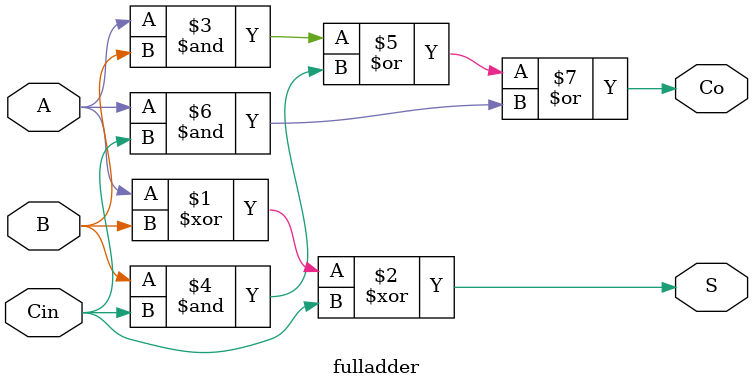
<source format=v>
`timescale 1ns / 1ps
module ripple_adder #(parameter size = 4)(A,B,Cin,Cout,S);
input [size-1:0] A,B;
input Cin;
output Cout;
output [size-1:0]S;
wire [size:0] carry;
assign carry[0] = Cin;
assign Cout = carry[size];
genvar i;
generate 
for(i=0 ; i<size ; i=i+1) 
begin: rca
fulladder FA(.S(S[i]) ,.Co(carry[i+1]) ,.A(A[i]) ,.B(B[i]) ,.Cin(carry[i]));
end 
endgenerate
endmodule

module fulladder (S,Co,A,B,Cin);
input A,B,Cin;
output S,Co;
assign S = A^B^Cin;
assign Co = (A&B) | (B&Cin) | (A&Cin);
endmodule
</source>
